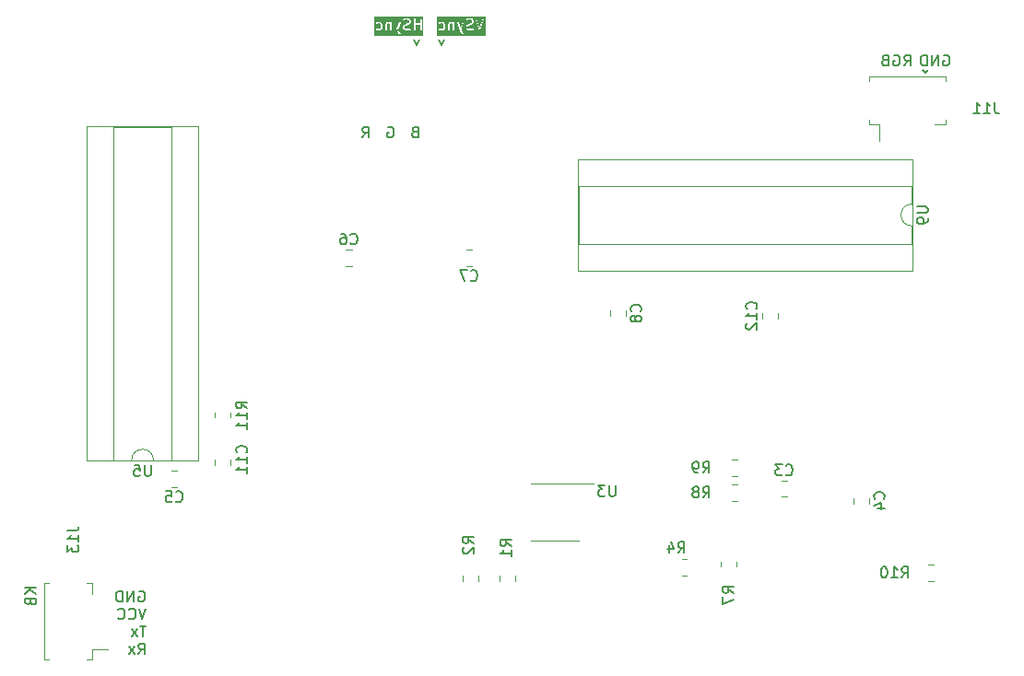
<source format=gbr>
%TF.GenerationSoftware,KiCad,Pcbnew,7.0.10*%
%TF.CreationDate,2024-02-26T12:00:29-08:00*%
%TF.ProjectId,vgaterm-bottom,76676174-6572-46d2-9d62-6f74746f6d2e,rev?*%
%TF.SameCoordinates,Original*%
%TF.FileFunction,Legend,Bot*%
%TF.FilePolarity,Positive*%
%FSLAX46Y46*%
G04 Gerber Fmt 4.6, Leading zero omitted, Abs format (unit mm)*
G04 Created by KiCad (PCBNEW 7.0.10) date 2024-02-26 12:00:29*
%MOMM*%
%LPD*%
G01*
G04 APERTURE LIST*
%ADD10C,0.150000*%
%ADD11C,0.120000*%
G04 APERTURE END LIST*
D10*
X120650000Y-79756000D02*
X120904000Y-80264000D01*
X122936000Y-79756000D02*
X123190000Y-80264000D01*
X123190000Y-80264000D02*
X123444000Y-79756000D01*
X120904000Y-80264000D02*
X121158000Y-79756000D01*
X167894000Y-82550000D02*
X167640000Y-82804000D01*
X167640000Y-82804000D02*
X167386000Y-82550000D01*
G36*
X127274085Y-79412956D02*
G01*
X122794736Y-79412956D01*
X122794736Y-78820694D01*
X122937593Y-78820694D01*
X122957996Y-78867765D01*
X122978917Y-78883282D01*
X123074155Y-78930901D01*
X123078608Y-78931413D01*
X123082044Y-78934296D01*
X123107696Y-78938819D01*
X123298172Y-78938819D01*
X123302385Y-78937285D01*
X123306746Y-78938327D01*
X123331713Y-78930901D01*
X123426951Y-78883282D01*
X123428075Y-78882094D01*
X123446444Y-78869232D01*
X123451857Y-78863819D01*
X123842220Y-78863819D01*
X123859767Y-78912028D01*
X123904196Y-78937680D01*
X123954720Y-78928771D01*
X123987697Y-78889471D01*
X123992220Y-78863819D01*
X123992220Y-78357714D01*
X124020740Y-78300672D01*
X124077782Y-78272152D01*
X124185229Y-78272152D01*
X124253745Y-78306410D01*
X124270791Y-78323456D01*
X124270791Y-78863819D01*
X124288338Y-78912028D01*
X124332767Y-78937680D01*
X124383291Y-78928771D01*
X124416268Y-78889471D01*
X124420791Y-78863819D01*
X124420791Y-78197152D01*
X124420626Y-78196698D01*
X124651745Y-78196698D01*
X124656113Y-78222377D01*
X124894208Y-78889044D01*
X124894516Y-78889415D01*
X124894519Y-78889896D01*
X124894933Y-78890384D01*
X124895203Y-78891673D01*
X124990441Y-79129768D01*
X124991911Y-79131412D01*
X124992104Y-79133610D01*
X125007044Y-79154947D01*
X125054663Y-79202566D01*
X125056144Y-79203257D01*
X125074155Y-79216615D01*
X125169393Y-79264234D01*
X125220359Y-79270099D01*
X125263172Y-79241833D01*
X125277799Y-79192658D01*
X125257396Y-79145587D01*
X125236475Y-79130070D01*
X125152123Y-79087894D01*
X125123995Y-79059766D01*
X125045015Y-78862316D01*
X125112506Y-78673342D01*
X125461268Y-78673342D01*
X125462801Y-78677555D01*
X125461760Y-78681916D01*
X125469186Y-78706883D01*
X125516805Y-78802121D01*
X125517993Y-78803246D01*
X125530853Y-78821612D01*
X125578472Y-78869232D01*
X125579953Y-78869922D01*
X125597965Y-78883282D01*
X125693203Y-78930901D01*
X125697656Y-78931413D01*
X125701092Y-78934296D01*
X125726744Y-78938819D01*
X125964839Y-78938819D01*
X125966377Y-78938258D01*
X125988556Y-78934970D01*
X126131413Y-78887351D01*
X126171599Y-78855460D01*
X126181885Y-78805199D01*
X126157456Y-78760085D01*
X126109744Y-78741228D01*
X126083978Y-78745049D01*
X125952669Y-78788819D01*
X125744449Y-78788819D01*
X125675933Y-78754561D01*
X125645526Y-78724153D01*
X125611268Y-78655637D01*
X125611268Y-78595809D01*
X125645526Y-78527293D01*
X125675933Y-78496886D01*
X125752920Y-78458392D01*
X125935410Y-78412770D01*
X125938354Y-78410781D01*
X125950761Y-78407091D01*
X126045999Y-78359472D01*
X126047124Y-78358282D01*
X126065491Y-78345423D01*
X126113110Y-78297804D01*
X126113801Y-78296322D01*
X126127159Y-78278312D01*
X126174778Y-78183074D01*
X126175290Y-78178620D01*
X126178173Y-78175185D01*
X126182696Y-78149533D01*
X126182696Y-78054295D01*
X126181162Y-78050081D01*
X126182204Y-78045720D01*
X126174778Y-78020754D01*
X126127159Y-77925516D01*
X126125969Y-77924390D01*
X126113110Y-77906024D01*
X126068856Y-77861770D01*
X126318439Y-77861770D01*
X126322260Y-77887536D01*
X126655593Y-78887536D01*
X126656935Y-78889227D01*
X126656994Y-78891386D01*
X126672743Y-78909147D01*
X126687484Y-78927722D01*
X126689597Y-78928154D01*
X126691031Y-78929771D01*
X126714501Y-78933251D01*
X126737745Y-78938008D01*
X126739644Y-78936979D01*
X126741780Y-78937296D01*
X126761993Y-78924877D01*
X126782859Y-78913579D01*
X126783652Y-78911571D01*
X126785492Y-78910441D01*
X126797895Y-78887536D01*
X127131228Y-77887536D01*
X127129827Y-77836253D01*
X127095789Y-77797867D01*
X127045041Y-77790342D01*
X127001328Y-77817197D01*
X126988926Y-77840102D01*
X126726744Y-78626648D01*
X126464562Y-77840102D01*
X126432671Y-77799916D01*
X126382410Y-77789630D01*
X126337296Y-77814059D01*
X126318439Y-77861770D01*
X126068856Y-77861770D01*
X126065491Y-77858405D01*
X126064009Y-77857714D01*
X126045999Y-77844356D01*
X125950761Y-77796737D01*
X125946307Y-77796224D01*
X125942872Y-77793342D01*
X125917220Y-77788819D01*
X125679125Y-77788819D01*
X125677587Y-77789378D01*
X125655407Y-77792668D01*
X125512551Y-77840287D01*
X125472365Y-77872178D01*
X125462079Y-77922439D01*
X125486508Y-77967553D01*
X125534219Y-77986410D01*
X125559985Y-77982589D01*
X125691295Y-77938819D01*
X125899515Y-77938819D01*
X125968031Y-77973077D01*
X125998438Y-78003484D01*
X126032696Y-78072000D01*
X126032696Y-78131828D01*
X125998438Y-78200344D01*
X125968031Y-78230751D01*
X125891044Y-78269244D01*
X125708554Y-78314867D01*
X125705609Y-78316855D01*
X125693203Y-78320546D01*
X125597965Y-78368165D01*
X125596839Y-78369354D01*
X125578473Y-78382214D01*
X125530854Y-78429833D01*
X125530163Y-78431314D01*
X125516805Y-78449325D01*
X125469186Y-78544563D01*
X125468673Y-78549016D01*
X125465791Y-78552452D01*
X125461268Y-78578104D01*
X125461268Y-78673342D01*
X125112506Y-78673342D01*
X125273565Y-78222377D01*
X125273254Y-78171075D01*
X125240041Y-78131975D01*
X125189464Y-78123372D01*
X125145190Y-78149291D01*
X125132303Y-78171927D01*
X124964839Y-78640826D01*
X124797375Y-78171927D01*
X124764635Y-78132428D01*
X124714167Y-78123214D01*
X124669583Y-78148597D01*
X124651745Y-78196698D01*
X124420626Y-78196698D01*
X124403244Y-78148943D01*
X124358815Y-78123291D01*
X124308291Y-78132200D01*
X124288324Y-78155994D01*
X124236475Y-78130070D01*
X124232021Y-78129557D01*
X124228586Y-78126675D01*
X124202934Y-78122152D01*
X124060077Y-78122152D01*
X124055863Y-78123685D01*
X124051502Y-78122644D01*
X124026536Y-78130070D01*
X123931298Y-78177689D01*
X123923578Y-78185842D01*
X123913274Y-78190309D01*
X123897757Y-78211230D01*
X123850138Y-78306468D01*
X123849625Y-78310921D01*
X123846743Y-78314357D01*
X123842220Y-78340009D01*
X123842220Y-78863819D01*
X123451857Y-78863819D01*
X123494062Y-78821613D01*
X123494752Y-78820131D01*
X123508111Y-78802121D01*
X123555730Y-78706883D01*
X123556242Y-78702429D01*
X123559125Y-78698994D01*
X123563648Y-78673342D01*
X123563648Y-78387628D01*
X123562114Y-78383414D01*
X123563156Y-78379053D01*
X123555730Y-78354087D01*
X123508111Y-78258849D01*
X123506921Y-78257723D01*
X123494062Y-78239357D01*
X123446443Y-78191738D01*
X123444961Y-78191047D01*
X123426951Y-78177689D01*
X123331713Y-78130070D01*
X123327259Y-78129557D01*
X123323824Y-78126675D01*
X123298172Y-78122152D01*
X123107696Y-78122152D01*
X123103482Y-78123685D01*
X123099121Y-78122644D01*
X123074155Y-78130070D01*
X122978917Y-78177689D01*
X122943645Y-78214943D01*
X122940570Y-78266154D01*
X122971134Y-78307359D01*
X123021032Y-78319279D01*
X123045999Y-78311853D01*
X123125401Y-78272152D01*
X123280467Y-78272152D01*
X123348983Y-78306410D01*
X123379390Y-78336817D01*
X123413648Y-78405333D01*
X123413648Y-78655637D01*
X123379389Y-78724153D01*
X123348982Y-78754561D01*
X123280467Y-78788819D01*
X123125401Y-78788819D01*
X123045999Y-78749118D01*
X122995032Y-78743253D01*
X122952219Y-78771519D01*
X122937593Y-78820694D01*
X122794736Y-78820694D01*
X122794736Y-77645962D01*
X127274085Y-77645962D01*
X127274085Y-79412956D01*
G37*
X95405411Y-130485438D02*
X95500649Y-130437819D01*
X95500649Y-130437819D02*
X95643506Y-130437819D01*
X95643506Y-130437819D02*
X95786363Y-130485438D01*
X95786363Y-130485438D02*
X95881601Y-130580676D01*
X95881601Y-130580676D02*
X95929220Y-130675914D01*
X95929220Y-130675914D02*
X95976839Y-130866390D01*
X95976839Y-130866390D02*
X95976839Y-131009247D01*
X95976839Y-131009247D02*
X95929220Y-131199723D01*
X95929220Y-131199723D02*
X95881601Y-131294961D01*
X95881601Y-131294961D02*
X95786363Y-131390200D01*
X95786363Y-131390200D02*
X95643506Y-131437819D01*
X95643506Y-131437819D02*
X95548268Y-131437819D01*
X95548268Y-131437819D02*
X95405411Y-131390200D01*
X95405411Y-131390200D02*
X95357792Y-131342580D01*
X95357792Y-131342580D02*
X95357792Y-131009247D01*
X95357792Y-131009247D02*
X95548268Y-131009247D01*
X94929220Y-131437819D02*
X94929220Y-130437819D01*
X94929220Y-130437819D02*
X94357792Y-131437819D01*
X94357792Y-131437819D02*
X94357792Y-130437819D01*
X93881601Y-131437819D02*
X93881601Y-130437819D01*
X93881601Y-130437819D02*
X93643506Y-130437819D01*
X93643506Y-130437819D02*
X93500649Y-130485438D01*
X93500649Y-130485438D02*
X93405411Y-130580676D01*
X93405411Y-130580676D02*
X93357792Y-130675914D01*
X93357792Y-130675914D02*
X93310173Y-130866390D01*
X93310173Y-130866390D02*
X93310173Y-131009247D01*
X93310173Y-131009247D02*
X93357792Y-131199723D01*
X93357792Y-131199723D02*
X93405411Y-131294961D01*
X93405411Y-131294961D02*
X93500649Y-131390200D01*
X93500649Y-131390200D02*
X93643506Y-131437819D01*
X93643506Y-131437819D02*
X93881601Y-131437819D01*
X96072077Y-132047819D02*
X95738744Y-133047819D01*
X95738744Y-133047819D02*
X95405411Y-132047819D01*
X94500649Y-132952580D02*
X94548268Y-133000200D01*
X94548268Y-133000200D02*
X94691125Y-133047819D01*
X94691125Y-133047819D02*
X94786363Y-133047819D01*
X94786363Y-133047819D02*
X94929220Y-133000200D01*
X94929220Y-133000200D02*
X95024458Y-132904961D01*
X95024458Y-132904961D02*
X95072077Y-132809723D01*
X95072077Y-132809723D02*
X95119696Y-132619247D01*
X95119696Y-132619247D02*
X95119696Y-132476390D01*
X95119696Y-132476390D02*
X95072077Y-132285914D01*
X95072077Y-132285914D02*
X95024458Y-132190676D01*
X95024458Y-132190676D02*
X94929220Y-132095438D01*
X94929220Y-132095438D02*
X94786363Y-132047819D01*
X94786363Y-132047819D02*
X94691125Y-132047819D01*
X94691125Y-132047819D02*
X94548268Y-132095438D01*
X94548268Y-132095438D02*
X94500649Y-132143057D01*
X93500649Y-132952580D02*
X93548268Y-133000200D01*
X93548268Y-133000200D02*
X93691125Y-133047819D01*
X93691125Y-133047819D02*
X93786363Y-133047819D01*
X93786363Y-133047819D02*
X93929220Y-133000200D01*
X93929220Y-133000200D02*
X94024458Y-132904961D01*
X94024458Y-132904961D02*
X94072077Y-132809723D01*
X94072077Y-132809723D02*
X94119696Y-132619247D01*
X94119696Y-132619247D02*
X94119696Y-132476390D01*
X94119696Y-132476390D02*
X94072077Y-132285914D01*
X94072077Y-132285914D02*
X94024458Y-132190676D01*
X94024458Y-132190676D02*
X93929220Y-132095438D01*
X93929220Y-132095438D02*
X93786363Y-132047819D01*
X93786363Y-132047819D02*
X93691125Y-132047819D01*
X93691125Y-132047819D02*
X93548268Y-132095438D01*
X93548268Y-132095438D02*
X93500649Y-132143057D01*
X96072077Y-133657819D02*
X95500649Y-133657819D01*
X95786363Y-134657819D02*
X95786363Y-133657819D01*
X95262553Y-134657819D02*
X94738744Y-133991152D01*
X95262553Y-133991152D02*
X94738744Y-134657819D01*
X95357792Y-136267819D02*
X95691125Y-135791628D01*
X95929220Y-136267819D02*
X95929220Y-135267819D01*
X95929220Y-135267819D02*
X95548268Y-135267819D01*
X95548268Y-135267819D02*
X95453030Y-135315438D01*
X95453030Y-135315438D02*
X95405411Y-135363057D01*
X95405411Y-135363057D02*
X95357792Y-135458295D01*
X95357792Y-135458295D02*
X95357792Y-135601152D01*
X95357792Y-135601152D02*
X95405411Y-135696390D01*
X95405411Y-135696390D02*
X95453030Y-135744009D01*
X95453030Y-135744009D02*
X95548268Y-135791628D01*
X95548268Y-135791628D02*
X95929220Y-135791628D01*
X95024458Y-136267819D02*
X94500649Y-135601152D01*
X95024458Y-135601152D02*
X94500649Y-136267819D01*
X118265411Y-87817438D02*
X118360649Y-87769819D01*
X118360649Y-87769819D02*
X118503506Y-87769819D01*
X118503506Y-87769819D02*
X118646363Y-87817438D01*
X118646363Y-87817438D02*
X118741601Y-87912676D01*
X118741601Y-87912676D02*
X118789220Y-88007914D01*
X118789220Y-88007914D02*
X118836839Y-88198390D01*
X118836839Y-88198390D02*
X118836839Y-88341247D01*
X118836839Y-88341247D02*
X118789220Y-88531723D01*
X118789220Y-88531723D02*
X118741601Y-88626961D01*
X118741601Y-88626961D02*
X118646363Y-88722200D01*
X118646363Y-88722200D02*
X118503506Y-88769819D01*
X118503506Y-88769819D02*
X118408268Y-88769819D01*
X118408268Y-88769819D02*
X118265411Y-88722200D01*
X118265411Y-88722200D02*
X118217792Y-88674580D01*
X118217792Y-88674580D02*
X118217792Y-88341247D01*
X118217792Y-88341247D02*
X118408268Y-88341247D01*
X165715792Y-82165819D02*
X166049125Y-81689628D01*
X166287220Y-82165819D02*
X166287220Y-81165819D01*
X166287220Y-81165819D02*
X165906268Y-81165819D01*
X165906268Y-81165819D02*
X165811030Y-81213438D01*
X165811030Y-81213438D02*
X165763411Y-81261057D01*
X165763411Y-81261057D02*
X165715792Y-81356295D01*
X165715792Y-81356295D02*
X165715792Y-81499152D01*
X165715792Y-81499152D02*
X165763411Y-81594390D01*
X165763411Y-81594390D02*
X165811030Y-81642009D01*
X165811030Y-81642009D02*
X165906268Y-81689628D01*
X165906268Y-81689628D02*
X166287220Y-81689628D01*
X164763411Y-81213438D02*
X164858649Y-81165819D01*
X164858649Y-81165819D02*
X165001506Y-81165819D01*
X165001506Y-81165819D02*
X165144363Y-81213438D01*
X165144363Y-81213438D02*
X165239601Y-81308676D01*
X165239601Y-81308676D02*
X165287220Y-81403914D01*
X165287220Y-81403914D02*
X165334839Y-81594390D01*
X165334839Y-81594390D02*
X165334839Y-81737247D01*
X165334839Y-81737247D02*
X165287220Y-81927723D01*
X165287220Y-81927723D02*
X165239601Y-82022961D01*
X165239601Y-82022961D02*
X165144363Y-82118200D01*
X165144363Y-82118200D02*
X165001506Y-82165819D01*
X165001506Y-82165819D02*
X164906268Y-82165819D01*
X164906268Y-82165819D02*
X164763411Y-82118200D01*
X164763411Y-82118200D02*
X164715792Y-82070580D01*
X164715792Y-82070580D02*
X164715792Y-81737247D01*
X164715792Y-81737247D02*
X164906268Y-81737247D01*
X163953887Y-81642009D02*
X163811030Y-81689628D01*
X163811030Y-81689628D02*
X163763411Y-81737247D01*
X163763411Y-81737247D02*
X163715792Y-81832485D01*
X163715792Y-81832485D02*
X163715792Y-81975342D01*
X163715792Y-81975342D02*
X163763411Y-82070580D01*
X163763411Y-82070580D02*
X163811030Y-82118200D01*
X163811030Y-82118200D02*
X163906268Y-82165819D01*
X163906268Y-82165819D02*
X164287220Y-82165819D01*
X164287220Y-82165819D02*
X164287220Y-81165819D01*
X164287220Y-81165819D02*
X163953887Y-81165819D01*
X163953887Y-81165819D02*
X163858649Y-81213438D01*
X163858649Y-81213438D02*
X163811030Y-81261057D01*
X163811030Y-81261057D02*
X163763411Y-81356295D01*
X163763411Y-81356295D02*
X163763411Y-81451533D01*
X163763411Y-81451533D02*
X163811030Y-81546771D01*
X163811030Y-81546771D02*
X163858649Y-81594390D01*
X163858649Y-81594390D02*
X163953887Y-81642009D01*
X163953887Y-81642009D02*
X164287220Y-81642009D01*
X85975819Y-130130779D02*
X84975819Y-130130779D01*
X85975819Y-130702207D02*
X85404390Y-130273636D01*
X84975819Y-130702207D02*
X85547247Y-130130779D01*
X85452009Y-131464112D02*
X85499628Y-131606969D01*
X85499628Y-131606969D02*
X85547247Y-131654588D01*
X85547247Y-131654588D02*
X85642485Y-131702207D01*
X85642485Y-131702207D02*
X85785342Y-131702207D01*
X85785342Y-131702207D02*
X85880580Y-131654588D01*
X85880580Y-131654588D02*
X85928200Y-131606969D01*
X85928200Y-131606969D02*
X85975819Y-131511731D01*
X85975819Y-131511731D02*
X85975819Y-131130779D01*
X85975819Y-131130779D02*
X84975819Y-131130779D01*
X84975819Y-131130779D02*
X84975819Y-131464112D01*
X84975819Y-131464112D02*
X85023438Y-131559350D01*
X85023438Y-131559350D02*
X85071057Y-131606969D01*
X85071057Y-131606969D02*
X85166295Y-131654588D01*
X85166295Y-131654588D02*
X85261533Y-131654588D01*
X85261533Y-131654588D02*
X85356771Y-131606969D01*
X85356771Y-131606969D02*
X85404390Y-131559350D01*
X85404390Y-131559350D02*
X85452009Y-131464112D01*
X85452009Y-131464112D02*
X85452009Y-131130779D01*
X169319411Y-81213438D02*
X169414649Y-81165819D01*
X169414649Y-81165819D02*
X169557506Y-81165819D01*
X169557506Y-81165819D02*
X169700363Y-81213438D01*
X169700363Y-81213438D02*
X169795601Y-81308676D01*
X169795601Y-81308676D02*
X169843220Y-81403914D01*
X169843220Y-81403914D02*
X169890839Y-81594390D01*
X169890839Y-81594390D02*
X169890839Y-81737247D01*
X169890839Y-81737247D02*
X169843220Y-81927723D01*
X169843220Y-81927723D02*
X169795601Y-82022961D01*
X169795601Y-82022961D02*
X169700363Y-82118200D01*
X169700363Y-82118200D02*
X169557506Y-82165819D01*
X169557506Y-82165819D02*
X169462268Y-82165819D01*
X169462268Y-82165819D02*
X169319411Y-82118200D01*
X169319411Y-82118200D02*
X169271792Y-82070580D01*
X169271792Y-82070580D02*
X169271792Y-81737247D01*
X169271792Y-81737247D02*
X169462268Y-81737247D01*
X168843220Y-82165819D02*
X168843220Y-81165819D01*
X168843220Y-81165819D02*
X168271792Y-82165819D01*
X168271792Y-82165819D02*
X168271792Y-81165819D01*
X167795601Y-82165819D02*
X167795601Y-81165819D01*
X167795601Y-81165819D02*
X167557506Y-81165819D01*
X167557506Y-81165819D02*
X167414649Y-81213438D01*
X167414649Y-81213438D02*
X167319411Y-81308676D01*
X167319411Y-81308676D02*
X167271792Y-81403914D01*
X167271792Y-81403914D02*
X167224173Y-81594390D01*
X167224173Y-81594390D02*
X167224173Y-81737247D01*
X167224173Y-81737247D02*
X167271792Y-81927723D01*
X167271792Y-81927723D02*
X167319411Y-82022961D01*
X167319411Y-82022961D02*
X167414649Y-82118200D01*
X167414649Y-82118200D02*
X167557506Y-82165819D01*
X167557506Y-82165819D02*
X167795601Y-82165819D01*
X120741887Y-88246009D02*
X120599030Y-88293628D01*
X120599030Y-88293628D02*
X120551411Y-88341247D01*
X120551411Y-88341247D02*
X120503792Y-88436485D01*
X120503792Y-88436485D02*
X120503792Y-88579342D01*
X120503792Y-88579342D02*
X120551411Y-88674580D01*
X120551411Y-88674580D02*
X120599030Y-88722200D01*
X120599030Y-88722200D02*
X120694268Y-88769819D01*
X120694268Y-88769819D02*
X121075220Y-88769819D01*
X121075220Y-88769819D02*
X121075220Y-87769819D01*
X121075220Y-87769819D02*
X120741887Y-87769819D01*
X120741887Y-87769819D02*
X120646649Y-87817438D01*
X120646649Y-87817438D02*
X120599030Y-87865057D01*
X120599030Y-87865057D02*
X120551411Y-87960295D01*
X120551411Y-87960295D02*
X120551411Y-88055533D01*
X120551411Y-88055533D02*
X120599030Y-88150771D01*
X120599030Y-88150771D02*
X120646649Y-88198390D01*
X120646649Y-88198390D02*
X120741887Y-88246009D01*
X120741887Y-88246009D02*
X121075220Y-88246009D01*
G36*
X121547077Y-79412956D02*
G01*
X117016260Y-79412956D01*
X117016260Y-78820694D01*
X117159117Y-78820694D01*
X117179520Y-78867765D01*
X117200441Y-78883282D01*
X117295679Y-78930901D01*
X117300132Y-78931413D01*
X117303568Y-78934296D01*
X117329220Y-78938819D01*
X117519696Y-78938819D01*
X117523909Y-78937285D01*
X117528270Y-78938327D01*
X117553237Y-78930901D01*
X117648475Y-78883282D01*
X117649599Y-78882094D01*
X117667968Y-78869232D01*
X117673381Y-78863819D01*
X118063744Y-78863819D01*
X118081291Y-78912028D01*
X118125720Y-78937680D01*
X118176244Y-78928771D01*
X118209221Y-78889471D01*
X118213744Y-78863819D01*
X118213744Y-78357714D01*
X118242264Y-78300672D01*
X118299306Y-78272152D01*
X118406753Y-78272152D01*
X118475269Y-78306410D01*
X118492315Y-78323456D01*
X118492315Y-78863819D01*
X118509862Y-78912028D01*
X118554291Y-78937680D01*
X118604815Y-78928771D01*
X118637792Y-78889471D01*
X118642315Y-78863819D01*
X118642315Y-78197152D01*
X118642150Y-78196698D01*
X118873269Y-78196698D01*
X118877637Y-78222377D01*
X119115732Y-78889044D01*
X119116040Y-78889415D01*
X119116043Y-78889896D01*
X119116457Y-78890384D01*
X119116727Y-78891673D01*
X119211965Y-79129768D01*
X119213435Y-79131412D01*
X119213628Y-79133610D01*
X119228568Y-79154947D01*
X119276187Y-79202566D01*
X119277668Y-79203257D01*
X119295679Y-79216615D01*
X119390917Y-79264234D01*
X119441883Y-79270099D01*
X119484696Y-79241833D01*
X119499323Y-79192658D01*
X119478920Y-79145587D01*
X119457999Y-79130070D01*
X119373647Y-79087894D01*
X119345519Y-79059766D01*
X119266539Y-78862316D01*
X119334030Y-78673342D01*
X119682792Y-78673342D01*
X119684325Y-78677555D01*
X119683284Y-78681916D01*
X119690710Y-78706883D01*
X119738329Y-78802121D01*
X119739517Y-78803246D01*
X119752377Y-78821612D01*
X119799996Y-78869232D01*
X119801477Y-78869922D01*
X119819489Y-78883282D01*
X119914727Y-78930901D01*
X119919180Y-78931413D01*
X119922616Y-78934296D01*
X119948268Y-78938819D01*
X120186363Y-78938819D01*
X120187901Y-78938258D01*
X120210080Y-78934970D01*
X120352937Y-78887351D01*
X120382590Y-78863819D01*
X120682792Y-78863819D01*
X120700339Y-78912028D01*
X120744768Y-78937680D01*
X120795292Y-78928771D01*
X120828269Y-78889471D01*
X120832792Y-78863819D01*
X120832792Y-78415009D01*
X121254220Y-78415009D01*
X121254220Y-78863819D01*
X121271767Y-78912028D01*
X121316196Y-78937680D01*
X121366720Y-78928771D01*
X121399697Y-78889471D01*
X121404220Y-78863819D01*
X121404220Y-77863819D01*
X121386673Y-77815610D01*
X121342244Y-77789958D01*
X121291720Y-77798867D01*
X121258743Y-77838167D01*
X121254220Y-77863819D01*
X121254220Y-78265009D01*
X120832792Y-78265009D01*
X120832792Y-77863819D01*
X120815245Y-77815610D01*
X120770816Y-77789958D01*
X120720292Y-77798867D01*
X120687315Y-77838167D01*
X120682792Y-77863819D01*
X120682792Y-78863819D01*
X120382590Y-78863819D01*
X120393123Y-78855460D01*
X120403409Y-78805199D01*
X120378980Y-78760085D01*
X120331268Y-78741228D01*
X120305502Y-78745049D01*
X120174193Y-78788819D01*
X119965973Y-78788819D01*
X119897457Y-78754561D01*
X119867050Y-78724153D01*
X119832792Y-78655637D01*
X119832792Y-78595809D01*
X119867050Y-78527293D01*
X119897457Y-78496886D01*
X119974444Y-78458392D01*
X120156934Y-78412770D01*
X120159878Y-78410781D01*
X120172285Y-78407091D01*
X120267523Y-78359472D01*
X120268648Y-78358282D01*
X120287015Y-78345423D01*
X120334634Y-78297804D01*
X120335325Y-78296322D01*
X120348683Y-78278312D01*
X120396302Y-78183074D01*
X120396814Y-78178620D01*
X120399697Y-78175185D01*
X120404220Y-78149533D01*
X120404220Y-78054295D01*
X120402686Y-78050081D01*
X120403728Y-78045720D01*
X120396302Y-78020754D01*
X120348683Y-77925516D01*
X120347493Y-77924390D01*
X120334634Y-77906024D01*
X120287015Y-77858405D01*
X120285533Y-77857714D01*
X120267523Y-77844356D01*
X120172285Y-77796737D01*
X120167831Y-77796224D01*
X120164396Y-77793342D01*
X120138744Y-77788819D01*
X119900649Y-77788819D01*
X119899111Y-77789378D01*
X119876931Y-77792668D01*
X119734075Y-77840287D01*
X119693889Y-77872178D01*
X119683603Y-77922439D01*
X119708032Y-77967553D01*
X119755743Y-77986410D01*
X119781509Y-77982589D01*
X119912819Y-77938819D01*
X120121039Y-77938819D01*
X120189555Y-77973077D01*
X120219962Y-78003484D01*
X120254220Y-78072000D01*
X120254220Y-78131828D01*
X120219962Y-78200344D01*
X120189555Y-78230751D01*
X120112568Y-78269244D01*
X119930078Y-78314867D01*
X119927133Y-78316855D01*
X119914727Y-78320546D01*
X119819489Y-78368165D01*
X119818363Y-78369354D01*
X119799997Y-78382214D01*
X119752378Y-78429833D01*
X119751687Y-78431314D01*
X119738329Y-78449325D01*
X119690710Y-78544563D01*
X119690197Y-78549016D01*
X119687315Y-78552452D01*
X119682792Y-78578104D01*
X119682792Y-78673342D01*
X119334030Y-78673342D01*
X119495089Y-78222377D01*
X119494778Y-78171075D01*
X119461565Y-78131975D01*
X119410988Y-78123372D01*
X119366714Y-78149291D01*
X119353827Y-78171927D01*
X119186363Y-78640826D01*
X119018899Y-78171927D01*
X118986159Y-78132428D01*
X118935691Y-78123214D01*
X118891107Y-78148597D01*
X118873269Y-78196698D01*
X118642150Y-78196698D01*
X118624768Y-78148943D01*
X118580339Y-78123291D01*
X118529815Y-78132200D01*
X118509848Y-78155994D01*
X118457999Y-78130070D01*
X118453545Y-78129557D01*
X118450110Y-78126675D01*
X118424458Y-78122152D01*
X118281601Y-78122152D01*
X118277387Y-78123685D01*
X118273026Y-78122644D01*
X118248060Y-78130070D01*
X118152822Y-78177689D01*
X118145102Y-78185842D01*
X118134798Y-78190309D01*
X118119281Y-78211230D01*
X118071662Y-78306468D01*
X118071149Y-78310921D01*
X118068267Y-78314357D01*
X118063744Y-78340009D01*
X118063744Y-78863819D01*
X117673381Y-78863819D01*
X117715586Y-78821613D01*
X117716276Y-78820131D01*
X117729635Y-78802121D01*
X117777254Y-78706883D01*
X117777766Y-78702429D01*
X117780649Y-78698994D01*
X117785172Y-78673342D01*
X117785172Y-78387628D01*
X117783638Y-78383414D01*
X117784680Y-78379053D01*
X117777254Y-78354087D01*
X117729635Y-78258849D01*
X117728445Y-78257723D01*
X117715586Y-78239357D01*
X117667967Y-78191738D01*
X117666485Y-78191047D01*
X117648475Y-78177689D01*
X117553237Y-78130070D01*
X117548783Y-78129557D01*
X117545348Y-78126675D01*
X117519696Y-78122152D01*
X117329220Y-78122152D01*
X117325006Y-78123685D01*
X117320645Y-78122644D01*
X117295679Y-78130070D01*
X117200441Y-78177689D01*
X117165169Y-78214943D01*
X117162094Y-78266154D01*
X117192658Y-78307359D01*
X117242556Y-78319279D01*
X117267523Y-78311853D01*
X117346925Y-78272152D01*
X117501991Y-78272152D01*
X117570507Y-78306410D01*
X117600914Y-78336817D01*
X117635172Y-78405333D01*
X117635172Y-78655637D01*
X117600913Y-78724153D01*
X117570506Y-78754561D01*
X117501991Y-78788819D01*
X117346925Y-78788819D01*
X117267523Y-78749118D01*
X117216556Y-78743253D01*
X117173743Y-78771519D01*
X117159117Y-78820694D01*
X117016260Y-78820694D01*
X117016260Y-77645962D01*
X121547077Y-77645962D01*
X121547077Y-79412956D01*
G37*
X115931792Y-88769819D02*
X116265125Y-88293628D01*
X116503220Y-88769819D02*
X116503220Y-87769819D01*
X116503220Y-87769819D02*
X116122268Y-87769819D01*
X116122268Y-87769819D02*
X116027030Y-87817438D01*
X116027030Y-87817438D02*
X115979411Y-87865057D01*
X115979411Y-87865057D02*
X115931792Y-87960295D01*
X115931792Y-87960295D02*
X115931792Y-88103152D01*
X115931792Y-88103152D02*
X115979411Y-88198390D01*
X115979411Y-88198390D02*
X116027030Y-88246009D01*
X116027030Y-88246009D02*
X116122268Y-88293628D01*
X116122268Y-88293628D02*
X116503220Y-88293628D01*
X165488857Y-129232819D02*
X165822190Y-128756628D01*
X166060285Y-129232819D02*
X166060285Y-128232819D01*
X166060285Y-128232819D02*
X165679333Y-128232819D01*
X165679333Y-128232819D02*
X165584095Y-128280438D01*
X165584095Y-128280438D02*
X165536476Y-128328057D01*
X165536476Y-128328057D02*
X165488857Y-128423295D01*
X165488857Y-128423295D02*
X165488857Y-128566152D01*
X165488857Y-128566152D02*
X165536476Y-128661390D01*
X165536476Y-128661390D02*
X165584095Y-128709009D01*
X165584095Y-128709009D02*
X165679333Y-128756628D01*
X165679333Y-128756628D02*
X166060285Y-128756628D01*
X164536476Y-129232819D02*
X165107904Y-129232819D01*
X164822190Y-129232819D02*
X164822190Y-128232819D01*
X164822190Y-128232819D02*
X164917428Y-128375676D01*
X164917428Y-128375676D02*
X165012666Y-128470914D01*
X165012666Y-128470914D02*
X165107904Y-128518533D01*
X163917428Y-128232819D02*
X163822190Y-128232819D01*
X163822190Y-128232819D02*
X163726952Y-128280438D01*
X163726952Y-128280438D02*
X163679333Y-128328057D01*
X163679333Y-128328057D02*
X163631714Y-128423295D01*
X163631714Y-128423295D02*
X163584095Y-128613771D01*
X163584095Y-128613771D02*
X163584095Y-128851866D01*
X163584095Y-128851866D02*
X163631714Y-129042342D01*
X163631714Y-129042342D02*
X163679333Y-129137580D01*
X163679333Y-129137580D02*
X163726952Y-129185200D01*
X163726952Y-129185200D02*
X163822190Y-129232819D01*
X163822190Y-129232819D02*
X163917428Y-129232819D01*
X163917428Y-129232819D02*
X164012666Y-129185200D01*
X164012666Y-129185200D02*
X164060285Y-129137580D01*
X164060285Y-129137580D02*
X164107904Y-129042342D01*
X164107904Y-129042342D02*
X164155523Y-128851866D01*
X164155523Y-128851866D02*
X164155523Y-128613771D01*
X164155523Y-128613771D02*
X164107904Y-128423295D01*
X164107904Y-128423295D02*
X164060285Y-128328057D01*
X164060285Y-128328057D02*
X164012666Y-128280438D01*
X164012666Y-128280438D02*
X163917428Y-128232819D01*
X105356819Y-113657142D02*
X104880628Y-113323809D01*
X105356819Y-113085714D02*
X104356819Y-113085714D01*
X104356819Y-113085714D02*
X104356819Y-113466666D01*
X104356819Y-113466666D02*
X104404438Y-113561904D01*
X104404438Y-113561904D02*
X104452057Y-113609523D01*
X104452057Y-113609523D02*
X104547295Y-113657142D01*
X104547295Y-113657142D02*
X104690152Y-113657142D01*
X104690152Y-113657142D02*
X104785390Y-113609523D01*
X104785390Y-113609523D02*
X104833009Y-113561904D01*
X104833009Y-113561904D02*
X104880628Y-113466666D01*
X104880628Y-113466666D02*
X104880628Y-113085714D01*
X105356819Y-114609523D02*
X105356819Y-114038095D01*
X105356819Y-114323809D02*
X104356819Y-114323809D01*
X104356819Y-114323809D02*
X104499676Y-114228571D01*
X104499676Y-114228571D02*
X104594914Y-114133333D01*
X104594914Y-114133333D02*
X104642533Y-114038095D01*
X105356819Y-115561904D02*
X105356819Y-114990476D01*
X105356819Y-115276190D02*
X104356819Y-115276190D01*
X104356819Y-115276190D02*
X104499676Y-115180952D01*
X104499676Y-115180952D02*
X104594914Y-115085714D01*
X104594914Y-115085714D02*
X104642533Y-114990476D01*
X141485580Y-104756833D02*
X141533200Y-104709214D01*
X141533200Y-104709214D02*
X141580819Y-104566357D01*
X141580819Y-104566357D02*
X141580819Y-104471119D01*
X141580819Y-104471119D02*
X141533200Y-104328262D01*
X141533200Y-104328262D02*
X141437961Y-104233024D01*
X141437961Y-104233024D02*
X141342723Y-104185405D01*
X141342723Y-104185405D02*
X141152247Y-104137786D01*
X141152247Y-104137786D02*
X141009390Y-104137786D01*
X141009390Y-104137786D02*
X140818914Y-104185405D01*
X140818914Y-104185405D02*
X140723676Y-104233024D01*
X140723676Y-104233024D02*
X140628438Y-104328262D01*
X140628438Y-104328262D02*
X140580819Y-104471119D01*
X140580819Y-104471119D02*
X140580819Y-104566357D01*
X140580819Y-104566357D02*
X140628438Y-104709214D01*
X140628438Y-104709214D02*
X140676057Y-104756833D01*
X141009390Y-105328262D02*
X140961771Y-105233024D01*
X140961771Y-105233024D02*
X140914152Y-105185405D01*
X140914152Y-105185405D02*
X140818914Y-105137786D01*
X140818914Y-105137786D02*
X140771295Y-105137786D01*
X140771295Y-105137786D02*
X140676057Y-105185405D01*
X140676057Y-105185405D02*
X140628438Y-105233024D01*
X140628438Y-105233024D02*
X140580819Y-105328262D01*
X140580819Y-105328262D02*
X140580819Y-105518738D01*
X140580819Y-105518738D02*
X140628438Y-105613976D01*
X140628438Y-105613976D02*
X140676057Y-105661595D01*
X140676057Y-105661595D02*
X140771295Y-105709214D01*
X140771295Y-105709214D02*
X140818914Y-105709214D01*
X140818914Y-105709214D02*
X140914152Y-105661595D01*
X140914152Y-105661595D02*
X140961771Y-105613976D01*
X140961771Y-105613976D02*
X141009390Y-105518738D01*
X141009390Y-105518738D02*
X141009390Y-105328262D01*
X141009390Y-105328262D02*
X141057009Y-105233024D01*
X141057009Y-105233024D02*
X141104628Y-105185405D01*
X141104628Y-105185405D02*
X141199866Y-105137786D01*
X141199866Y-105137786D02*
X141390342Y-105137786D01*
X141390342Y-105137786D02*
X141485580Y-105185405D01*
X141485580Y-105185405D02*
X141533200Y-105233024D01*
X141533200Y-105233024D02*
X141580819Y-105328262D01*
X141580819Y-105328262D02*
X141580819Y-105518738D01*
X141580819Y-105518738D02*
X141533200Y-105613976D01*
X141533200Y-105613976D02*
X141485580Y-105661595D01*
X141485580Y-105661595D02*
X141390342Y-105709214D01*
X141390342Y-105709214D02*
X141199866Y-105709214D01*
X141199866Y-105709214D02*
X141104628Y-105661595D01*
X141104628Y-105661595D02*
X141057009Y-105613976D01*
X141057009Y-105613976D02*
X141009390Y-105518738D01*
X126184819Y-126071333D02*
X125708628Y-125738000D01*
X126184819Y-125499905D02*
X125184819Y-125499905D01*
X125184819Y-125499905D02*
X125184819Y-125880857D01*
X125184819Y-125880857D02*
X125232438Y-125976095D01*
X125232438Y-125976095D02*
X125280057Y-126023714D01*
X125280057Y-126023714D02*
X125375295Y-126071333D01*
X125375295Y-126071333D02*
X125518152Y-126071333D01*
X125518152Y-126071333D02*
X125613390Y-126023714D01*
X125613390Y-126023714D02*
X125661009Y-125976095D01*
X125661009Y-125976095D02*
X125708628Y-125880857D01*
X125708628Y-125880857D02*
X125708628Y-125499905D01*
X125280057Y-126452286D02*
X125232438Y-126499905D01*
X125232438Y-126499905D02*
X125184819Y-126595143D01*
X125184819Y-126595143D02*
X125184819Y-126833238D01*
X125184819Y-126833238D02*
X125232438Y-126928476D01*
X125232438Y-126928476D02*
X125280057Y-126976095D01*
X125280057Y-126976095D02*
X125375295Y-127023714D01*
X125375295Y-127023714D02*
X125470533Y-127023714D01*
X125470533Y-127023714D02*
X125613390Y-126976095D01*
X125613390Y-126976095D02*
X126184819Y-126404667D01*
X126184819Y-126404667D02*
X126184819Y-127023714D01*
X147232666Y-119580819D02*
X147565999Y-119104628D01*
X147804094Y-119580819D02*
X147804094Y-118580819D01*
X147804094Y-118580819D02*
X147423142Y-118580819D01*
X147423142Y-118580819D02*
X147327904Y-118628438D01*
X147327904Y-118628438D02*
X147280285Y-118676057D01*
X147280285Y-118676057D02*
X147232666Y-118771295D01*
X147232666Y-118771295D02*
X147232666Y-118914152D01*
X147232666Y-118914152D02*
X147280285Y-119009390D01*
X147280285Y-119009390D02*
X147327904Y-119057009D01*
X147327904Y-119057009D02*
X147423142Y-119104628D01*
X147423142Y-119104628D02*
X147804094Y-119104628D01*
X146756475Y-119580819D02*
X146565999Y-119580819D01*
X146565999Y-119580819D02*
X146470761Y-119533200D01*
X146470761Y-119533200D02*
X146423142Y-119485580D01*
X146423142Y-119485580D02*
X146327904Y-119342723D01*
X146327904Y-119342723D02*
X146280285Y-119152247D01*
X146280285Y-119152247D02*
X146280285Y-118771295D01*
X146280285Y-118771295D02*
X146327904Y-118676057D01*
X146327904Y-118676057D02*
X146375523Y-118628438D01*
X146375523Y-118628438D02*
X146470761Y-118580819D01*
X146470761Y-118580819D02*
X146661237Y-118580819D01*
X146661237Y-118580819D02*
X146756475Y-118628438D01*
X146756475Y-118628438D02*
X146804094Y-118676057D01*
X146804094Y-118676057D02*
X146851713Y-118771295D01*
X146851713Y-118771295D02*
X146851713Y-119009390D01*
X146851713Y-119009390D02*
X146804094Y-119104628D01*
X146804094Y-119104628D02*
X146756475Y-119152247D01*
X146756475Y-119152247D02*
X146661237Y-119199866D01*
X146661237Y-119199866D02*
X146470761Y-119199866D01*
X146470761Y-119199866D02*
X146375523Y-119152247D01*
X146375523Y-119152247D02*
X146327904Y-119104628D01*
X146327904Y-119104628D02*
X146280285Y-119009390D01*
X152095580Y-104513142D02*
X152143200Y-104465523D01*
X152143200Y-104465523D02*
X152190819Y-104322666D01*
X152190819Y-104322666D02*
X152190819Y-104227428D01*
X152190819Y-104227428D02*
X152143200Y-104084571D01*
X152143200Y-104084571D02*
X152047961Y-103989333D01*
X152047961Y-103989333D02*
X151952723Y-103941714D01*
X151952723Y-103941714D02*
X151762247Y-103894095D01*
X151762247Y-103894095D02*
X151619390Y-103894095D01*
X151619390Y-103894095D02*
X151428914Y-103941714D01*
X151428914Y-103941714D02*
X151333676Y-103989333D01*
X151333676Y-103989333D02*
X151238438Y-104084571D01*
X151238438Y-104084571D02*
X151190819Y-104227428D01*
X151190819Y-104227428D02*
X151190819Y-104322666D01*
X151190819Y-104322666D02*
X151238438Y-104465523D01*
X151238438Y-104465523D02*
X151286057Y-104513142D01*
X152190819Y-105465523D02*
X152190819Y-104894095D01*
X152190819Y-105179809D02*
X151190819Y-105179809D01*
X151190819Y-105179809D02*
X151333676Y-105084571D01*
X151333676Y-105084571D02*
X151428914Y-104989333D01*
X151428914Y-104989333D02*
X151476533Y-104894095D01*
X151286057Y-105846476D02*
X151238438Y-105894095D01*
X151238438Y-105894095D02*
X151190819Y-105989333D01*
X151190819Y-105989333D02*
X151190819Y-106227428D01*
X151190819Y-106227428D02*
X151238438Y-106322666D01*
X151238438Y-106322666D02*
X151286057Y-106370285D01*
X151286057Y-106370285D02*
X151381295Y-106417904D01*
X151381295Y-106417904D02*
X151476533Y-106417904D01*
X151476533Y-106417904D02*
X151619390Y-106370285D01*
X151619390Y-106370285D02*
X152190819Y-105798857D01*
X152190819Y-105798857D02*
X152190819Y-106417904D01*
X129613819Y-126325333D02*
X129137628Y-125992000D01*
X129613819Y-125753905D02*
X128613819Y-125753905D01*
X128613819Y-125753905D02*
X128613819Y-126134857D01*
X128613819Y-126134857D02*
X128661438Y-126230095D01*
X128661438Y-126230095D02*
X128709057Y-126277714D01*
X128709057Y-126277714D02*
X128804295Y-126325333D01*
X128804295Y-126325333D02*
X128947152Y-126325333D01*
X128947152Y-126325333D02*
X129042390Y-126277714D01*
X129042390Y-126277714D02*
X129090009Y-126230095D01*
X129090009Y-126230095D02*
X129137628Y-126134857D01*
X129137628Y-126134857D02*
X129137628Y-125753905D01*
X129613819Y-127277714D02*
X129613819Y-126706286D01*
X129613819Y-126992000D02*
X128613819Y-126992000D01*
X128613819Y-126992000D02*
X128756676Y-126896762D01*
X128756676Y-126896762D02*
X128851914Y-126801524D01*
X128851914Y-126801524D02*
X128899533Y-126706286D01*
X114869166Y-98501580D02*
X114916785Y-98549200D01*
X114916785Y-98549200D02*
X115059642Y-98596819D01*
X115059642Y-98596819D02*
X115154880Y-98596819D01*
X115154880Y-98596819D02*
X115297737Y-98549200D01*
X115297737Y-98549200D02*
X115392975Y-98453961D01*
X115392975Y-98453961D02*
X115440594Y-98358723D01*
X115440594Y-98358723D02*
X115488213Y-98168247D01*
X115488213Y-98168247D02*
X115488213Y-98025390D01*
X115488213Y-98025390D02*
X115440594Y-97834914D01*
X115440594Y-97834914D02*
X115392975Y-97739676D01*
X115392975Y-97739676D02*
X115297737Y-97644438D01*
X115297737Y-97644438D02*
X115154880Y-97596819D01*
X115154880Y-97596819D02*
X115059642Y-97596819D01*
X115059642Y-97596819D02*
X114916785Y-97644438D01*
X114916785Y-97644438D02*
X114869166Y-97692057D01*
X114012023Y-97596819D02*
X114202499Y-97596819D01*
X114202499Y-97596819D02*
X114297737Y-97644438D01*
X114297737Y-97644438D02*
X114345356Y-97692057D01*
X114345356Y-97692057D02*
X114440594Y-97834914D01*
X114440594Y-97834914D02*
X114488213Y-98025390D01*
X114488213Y-98025390D02*
X114488213Y-98406342D01*
X114488213Y-98406342D02*
X114440594Y-98501580D01*
X114440594Y-98501580D02*
X114392975Y-98549200D01*
X114392975Y-98549200D02*
X114297737Y-98596819D01*
X114297737Y-98596819D02*
X114107261Y-98596819D01*
X114107261Y-98596819D02*
X114012023Y-98549200D01*
X114012023Y-98549200D02*
X113964404Y-98501580D01*
X113964404Y-98501580D02*
X113916785Y-98406342D01*
X113916785Y-98406342D02*
X113916785Y-98168247D01*
X113916785Y-98168247D02*
X113964404Y-98073009D01*
X113964404Y-98073009D02*
X114012023Y-98025390D01*
X114012023Y-98025390D02*
X114107261Y-97977771D01*
X114107261Y-97977771D02*
X114297737Y-97977771D01*
X114297737Y-97977771D02*
X114392975Y-98025390D01*
X114392975Y-98025390D02*
X114440594Y-98073009D01*
X114440594Y-98073009D02*
X114488213Y-98168247D01*
X98824166Y-122181580D02*
X98871785Y-122229200D01*
X98871785Y-122229200D02*
X99014642Y-122276819D01*
X99014642Y-122276819D02*
X99109880Y-122276819D01*
X99109880Y-122276819D02*
X99252737Y-122229200D01*
X99252737Y-122229200D02*
X99347975Y-122133961D01*
X99347975Y-122133961D02*
X99395594Y-122038723D01*
X99395594Y-122038723D02*
X99443213Y-121848247D01*
X99443213Y-121848247D02*
X99443213Y-121705390D01*
X99443213Y-121705390D02*
X99395594Y-121514914D01*
X99395594Y-121514914D02*
X99347975Y-121419676D01*
X99347975Y-121419676D02*
X99252737Y-121324438D01*
X99252737Y-121324438D02*
X99109880Y-121276819D01*
X99109880Y-121276819D02*
X99014642Y-121276819D01*
X99014642Y-121276819D02*
X98871785Y-121324438D01*
X98871785Y-121324438D02*
X98824166Y-121372057D01*
X97919404Y-121276819D02*
X98395594Y-121276819D01*
X98395594Y-121276819D02*
X98443213Y-121753009D01*
X98443213Y-121753009D02*
X98395594Y-121705390D01*
X98395594Y-121705390D02*
X98300356Y-121657771D01*
X98300356Y-121657771D02*
X98062261Y-121657771D01*
X98062261Y-121657771D02*
X97967023Y-121705390D01*
X97967023Y-121705390D02*
X97919404Y-121753009D01*
X97919404Y-121753009D02*
X97871785Y-121848247D01*
X97871785Y-121848247D02*
X97871785Y-122086342D01*
X97871785Y-122086342D02*
X97919404Y-122181580D01*
X97919404Y-122181580D02*
X97967023Y-122229200D01*
X97967023Y-122229200D02*
X98062261Y-122276819D01*
X98062261Y-122276819D02*
X98300356Y-122276819D01*
X98300356Y-122276819D02*
X98395594Y-122229200D01*
X98395594Y-122229200D02*
X98443213Y-122181580D01*
X174037523Y-85560819D02*
X174037523Y-86275104D01*
X174037523Y-86275104D02*
X174085142Y-86417961D01*
X174085142Y-86417961D02*
X174180380Y-86513200D01*
X174180380Y-86513200D02*
X174323237Y-86560819D01*
X174323237Y-86560819D02*
X174418475Y-86560819D01*
X173037523Y-86560819D02*
X173608951Y-86560819D01*
X173323237Y-86560819D02*
X173323237Y-85560819D01*
X173323237Y-85560819D02*
X173418475Y-85703676D01*
X173418475Y-85703676D02*
X173513713Y-85798914D01*
X173513713Y-85798914D02*
X173608951Y-85846533D01*
X172085142Y-86560819D02*
X172656570Y-86560819D01*
X172370856Y-86560819D02*
X172370856Y-85560819D01*
X172370856Y-85560819D02*
X172466094Y-85703676D01*
X172466094Y-85703676D02*
X172561332Y-85798914D01*
X172561332Y-85798914D02*
X172656570Y-85846533D01*
X163837580Y-121985833D02*
X163885200Y-121938214D01*
X163885200Y-121938214D02*
X163932819Y-121795357D01*
X163932819Y-121795357D02*
X163932819Y-121700119D01*
X163932819Y-121700119D02*
X163885200Y-121557262D01*
X163885200Y-121557262D02*
X163789961Y-121462024D01*
X163789961Y-121462024D02*
X163694723Y-121414405D01*
X163694723Y-121414405D02*
X163504247Y-121366786D01*
X163504247Y-121366786D02*
X163361390Y-121366786D01*
X163361390Y-121366786D02*
X163170914Y-121414405D01*
X163170914Y-121414405D02*
X163075676Y-121462024D01*
X163075676Y-121462024D02*
X162980438Y-121557262D01*
X162980438Y-121557262D02*
X162932819Y-121700119D01*
X162932819Y-121700119D02*
X162932819Y-121795357D01*
X162932819Y-121795357D02*
X162980438Y-121938214D01*
X162980438Y-121938214D02*
X163028057Y-121985833D01*
X163266152Y-122842976D02*
X163932819Y-122842976D01*
X162885200Y-122604881D02*
X163599485Y-122366786D01*
X163599485Y-122366786D02*
X163599485Y-122985833D01*
X150060819Y-130643333D02*
X149584628Y-130310000D01*
X150060819Y-130071905D02*
X149060819Y-130071905D01*
X149060819Y-130071905D02*
X149060819Y-130452857D01*
X149060819Y-130452857D02*
X149108438Y-130548095D01*
X149108438Y-130548095D02*
X149156057Y-130595714D01*
X149156057Y-130595714D02*
X149251295Y-130643333D01*
X149251295Y-130643333D02*
X149394152Y-130643333D01*
X149394152Y-130643333D02*
X149489390Y-130595714D01*
X149489390Y-130595714D02*
X149537009Y-130548095D01*
X149537009Y-130548095D02*
X149584628Y-130452857D01*
X149584628Y-130452857D02*
X149584628Y-130071905D01*
X149060819Y-130976667D02*
X149060819Y-131643333D01*
X149060819Y-131643333D02*
X150060819Y-131214762D01*
X105261580Y-117721142D02*
X105309200Y-117673523D01*
X105309200Y-117673523D02*
X105356819Y-117530666D01*
X105356819Y-117530666D02*
X105356819Y-117435428D01*
X105356819Y-117435428D02*
X105309200Y-117292571D01*
X105309200Y-117292571D02*
X105213961Y-117197333D01*
X105213961Y-117197333D02*
X105118723Y-117149714D01*
X105118723Y-117149714D02*
X104928247Y-117102095D01*
X104928247Y-117102095D02*
X104785390Y-117102095D01*
X104785390Y-117102095D02*
X104594914Y-117149714D01*
X104594914Y-117149714D02*
X104499676Y-117197333D01*
X104499676Y-117197333D02*
X104404438Y-117292571D01*
X104404438Y-117292571D02*
X104356819Y-117435428D01*
X104356819Y-117435428D02*
X104356819Y-117530666D01*
X104356819Y-117530666D02*
X104404438Y-117673523D01*
X104404438Y-117673523D02*
X104452057Y-117721142D01*
X105356819Y-118673523D02*
X105356819Y-118102095D01*
X105356819Y-118387809D02*
X104356819Y-118387809D01*
X104356819Y-118387809D02*
X104499676Y-118292571D01*
X104499676Y-118292571D02*
X104594914Y-118197333D01*
X104594914Y-118197333D02*
X104642533Y-118102095D01*
X105356819Y-119625904D02*
X105356819Y-119054476D01*
X105356819Y-119340190D02*
X104356819Y-119340190D01*
X104356819Y-119340190D02*
X104499676Y-119244952D01*
X104499676Y-119244952D02*
X104594914Y-119149714D01*
X104594914Y-119149714D02*
X104642533Y-119054476D01*
X166884819Y-95123095D02*
X167694342Y-95123095D01*
X167694342Y-95123095D02*
X167789580Y-95170714D01*
X167789580Y-95170714D02*
X167837200Y-95218333D01*
X167837200Y-95218333D02*
X167884819Y-95313571D01*
X167884819Y-95313571D02*
X167884819Y-95504047D01*
X167884819Y-95504047D02*
X167837200Y-95599285D01*
X167837200Y-95599285D02*
X167789580Y-95646904D01*
X167789580Y-95646904D02*
X167694342Y-95694523D01*
X167694342Y-95694523D02*
X166884819Y-95694523D01*
X167884819Y-96218333D02*
X167884819Y-96408809D01*
X167884819Y-96408809D02*
X167837200Y-96504047D01*
X167837200Y-96504047D02*
X167789580Y-96551666D01*
X167789580Y-96551666D02*
X167646723Y-96646904D01*
X167646723Y-96646904D02*
X167456247Y-96694523D01*
X167456247Y-96694523D02*
X167075295Y-96694523D01*
X167075295Y-96694523D02*
X166980057Y-96646904D01*
X166980057Y-96646904D02*
X166932438Y-96599285D01*
X166932438Y-96599285D02*
X166884819Y-96504047D01*
X166884819Y-96504047D02*
X166884819Y-96313571D01*
X166884819Y-96313571D02*
X166932438Y-96218333D01*
X166932438Y-96218333D02*
X166980057Y-96170714D01*
X166980057Y-96170714D02*
X167075295Y-96123095D01*
X167075295Y-96123095D02*
X167313390Y-96123095D01*
X167313390Y-96123095D02*
X167408628Y-96170714D01*
X167408628Y-96170714D02*
X167456247Y-96218333D01*
X167456247Y-96218333D02*
X167503866Y-96313571D01*
X167503866Y-96313571D02*
X167503866Y-96504047D01*
X167503866Y-96504047D02*
X167456247Y-96599285D01*
X167456247Y-96599285D02*
X167408628Y-96646904D01*
X167408628Y-96646904D02*
X167313390Y-96694523D01*
X154852666Y-119739580D02*
X154900285Y-119787200D01*
X154900285Y-119787200D02*
X155043142Y-119834819D01*
X155043142Y-119834819D02*
X155138380Y-119834819D01*
X155138380Y-119834819D02*
X155281237Y-119787200D01*
X155281237Y-119787200D02*
X155376475Y-119691961D01*
X155376475Y-119691961D02*
X155424094Y-119596723D01*
X155424094Y-119596723D02*
X155471713Y-119406247D01*
X155471713Y-119406247D02*
X155471713Y-119263390D01*
X155471713Y-119263390D02*
X155424094Y-119072914D01*
X155424094Y-119072914D02*
X155376475Y-118977676D01*
X155376475Y-118977676D02*
X155281237Y-118882438D01*
X155281237Y-118882438D02*
X155138380Y-118834819D01*
X155138380Y-118834819D02*
X155043142Y-118834819D01*
X155043142Y-118834819D02*
X154900285Y-118882438D01*
X154900285Y-118882438D02*
X154852666Y-118930057D01*
X154519332Y-118834819D02*
X153900285Y-118834819D01*
X153900285Y-118834819D02*
X154233618Y-119215771D01*
X154233618Y-119215771D02*
X154090761Y-119215771D01*
X154090761Y-119215771D02*
X153995523Y-119263390D01*
X153995523Y-119263390D02*
X153947904Y-119311009D01*
X153947904Y-119311009D02*
X153900285Y-119406247D01*
X153900285Y-119406247D02*
X153900285Y-119644342D01*
X153900285Y-119644342D02*
X153947904Y-119739580D01*
X153947904Y-119739580D02*
X153995523Y-119787200D01*
X153995523Y-119787200D02*
X154090761Y-119834819D01*
X154090761Y-119834819D02*
X154376475Y-119834819D01*
X154376475Y-119834819D02*
X154471713Y-119787200D01*
X154471713Y-119787200D02*
X154519332Y-119739580D01*
X144946666Y-126946819D02*
X145279999Y-126470628D01*
X145518094Y-126946819D02*
X145518094Y-125946819D01*
X145518094Y-125946819D02*
X145137142Y-125946819D01*
X145137142Y-125946819D02*
X145041904Y-125994438D01*
X145041904Y-125994438D02*
X144994285Y-126042057D01*
X144994285Y-126042057D02*
X144946666Y-126137295D01*
X144946666Y-126137295D02*
X144946666Y-126280152D01*
X144946666Y-126280152D02*
X144994285Y-126375390D01*
X144994285Y-126375390D02*
X145041904Y-126423009D01*
X145041904Y-126423009D02*
X145137142Y-126470628D01*
X145137142Y-126470628D02*
X145518094Y-126470628D01*
X144089523Y-126280152D02*
X144089523Y-126946819D01*
X144327618Y-125899200D02*
X144565713Y-126613485D01*
X144565713Y-126613485D02*
X143946666Y-126613485D01*
X96519904Y-118878819D02*
X96519904Y-119688342D01*
X96519904Y-119688342D02*
X96472285Y-119783580D01*
X96472285Y-119783580D02*
X96424666Y-119831200D01*
X96424666Y-119831200D02*
X96329428Y-119878819D01*
X96329428Y-119878819D02*
X96138952Y-119878819D01*
X96138952Y-119878819D02*
X96043714Y-119831200D01*
X96043714Y-119831200D02*
X95996095Y-119783580D01*
X95996095Y-119783580D02*
X95948476Y-119688342D01*
X95948476Y-119688342D02*
X95948476Y-118878819D01*
X94996095Y-118878819D02*
X95472285Y-118878819D01*
X95472285Y-118878819D02*
X95519904Y-119355009D01*
X95519904Y-119355009D02*
X95472285Y-119307390D01*
X95472285Y-119307390D02*
X95377047Y-119259771D01*
X95377047Y-119259771D02*
X95138952Y-119259771D01*
X95138952Y-119259771D02*
X95043714Y-119307390D01*
X95043714Y-119307390D02*
X94996095Y-119355009D01*
X94996095Y-119355009D02*
X94948476Y-119450247D01*
X94948476Y-119450247D02*
X94948476Y-119688342D01*
X94948476Y-119688342D02*
X94996095Y-119783580D01*
X94996095Y-119783580D02*
X95043714Y-119831200D01*
X95043714Y-119831200D02*
X95138952Y-119878819D01*
X95138952Y-119878819D02*
X95377047Y-119878819D01*
X95377047Y-119878819D02*
X95472285Y-119831200D01*
X95472285Y-119831200D02*
X95519904Y-119783580D01*
X139191904Y-120739819D02*
X139191904Y-121549342D01*
X139191904Y-121549342D02*
X139144285Y-121644580D01*
X139144285Y-121644580D02*
X139096666Y-121692200D01*
X139096666Y-121692200D02*
X139001428Y-121739819D01*
X139001428Y-121739819D02*
X138810952Y-121739819D01*
X138810952Y-121739819D02*
X138715714Y-121692200D01*
X138715714Y-121692200D02*
X138668095Y-121644580D01*
X138668095Y-121644580D02*
X138620476Y-121549342D01*
X138620476Y-121549342D02*
X138620476Y-120739819D01*
X138239523Y-120739819D02*
X137620476Y-120739819D01*
X137620476Y-120739819D02*
X137953809Y-121120771D01*
X137953809Y-121120771D02*
X137810952Y-121120771D01*
X137810952Y-121120771D02*
X137715714Y-121168390D01*
X137715714Y-121168390D02*
X137668095Y-121216009D01*
X137668095Y-121216009D02*
X137620476Y-121311247D01*
X137620476Y-121311247D02*
X137620476Y-121549342D01*
X137620476Y-121549342D02*
X137668095Y-121644580D01*
X137668095Y-121644580D02*
X137715714Y-121692200D01*
X137715714Y-121692200D02*
X137810952Y-121739819D01*
X137810952Y-121739819D02*
X138096666Y-121739819D01*
X138096666Y-121739819D02*
X138191904Y-121692200D01*
X138191904Y-121692200D02*
X138239523Y-121644580D01*
X88862819Y-124920476D02*
X89577104Y-124920476D01*
X89577104Y-124920476D02*
X89719961Y-124872857D01*
X89719961Y-124872857D02*
X89815200Y-124777619D01*
X89815200Y-124777619D02*
X89862819Y-124634762D01*
X89862819Y-124634762D02*
X89862819Y-124539524D01*
X89862819Y-125920476D02*
X89862819Y-125349048D01*
X89862819Y-125634762D02*
X88862819Y-125634762D01*
X88862819Y-125634762D02*
X89005676Y-125539524D01*
X89005676Y-125539524D02*
X89100914Y-125444286D01*
X89100914Y-125444286D02*
X89148533Y-125349048D01*
X88862819Y-126253810D02*
X88862819Y-126872857D01*
X88862819Y-126872857D02*
X89243771Y-126539524D01*
X89243771Y-126539524D02*
X89243771Y-126682381D01*
X89243771Y-126682381D02*
X89291390Y-126777619D01*
X89291390Y-126777619D02*
X89339009Y-126825238D01*
X89339009Y-126825238D02*
X89434247Y-126872857D01*
X89434247Y-126872857D02*
X89672342Y-126872857D01*
X89672342Y-126872857D02*
X89767580Y-126825238D01*
X89767580Y-126825238D02*
X89815200Y-126777619D01*
X89815200Y-126777619D02*
X89862819Y-126682381D01*
X89862819Y-126682381D02*
X89862819Y-126396667D01*
X89862819Y-126396667D02*
X89815200Y-126301429D01*
X89815200Y-126301429D02*
X89767580Y-126253810D01*
X125896666Y-101861580D02*
X125944285Y-101909200D01*
X125944285Y-101909200D02*
X126087142Y-101956819D01*
X126087142Y-101956819D02*
X126182380Y-101956819D01*
X126182380Y-101956819D02*
X126325237Y-101909200D01*
X126325237Y-101909200D02*
X126420475Y-101813961D01*
X126420475Y-101813961D02*
X126468094Y-101718723D01*
X126468094Y-101718723D02*
X126515713Y-101528247D01*
X126515713Y-101528247D02*
X126515713Y-101385390D01*
X126515713Y-101385390D02*
X126468094Y-101194914D01*
X126468094Y-101194914D02*
X126420475Y-101099676D01*
X126420475Y-101099676D02*
X126325237Y-101004438D01*
X126325237Y-101004438D02*
X126182380Y-100956819D01*
X126182380Y-100956819D02*
X126087142Y-100956819D01*
X126087142Y-100956819D02*
X125944285Y-101004438D01*
X125944285Y-101004438D02*
X125896666Y-101052057D01*
X125563332Y-100956819D02*
X124896666Y-100956819D01*
X124896666Y-100956819D02*
X125325237Y-101956819D01*
X147232666Y-121866819D02*
X147565999Y-121390628D01*
X147804094Y-121866819D02*
X147804094Y-120866819D01*
X147804094Y-120866819D02*
X147423142Y-120866819D01*
X147423142Y-120866819D02*
X147327904Y-120914438D01*
X147327904Y-120914438D02*
X147280285Y-120962057D01*
X147280285Y-120962057D02*
X147232666Y-121057295D01*
X147232666Y-121057295D02*
X147232666Y-121200152D01*
X147232666Y-121200152D02*
X147280285Y-121295390D01*
X147280285Y-121295390D02*
X147327904Y-121343009D01*
X147327904Y-121343009D02*
X147423142Y-121390628D01*
X147423142Y-121390628D02*
X147804094Y-121390628D01*
X146661237Y-121295390D02*
X146756475Y-121247771D01*
X146756475Y-121247771D02*
X146804094Y-121200152D01*
X146804094Y-121200152D02*
X146851713Y-121104914D01*
X146851713Y-121104914D02*
X146851713Y-121057295D01*
X146851713Y-121057295D02*
X146804094Y-120962057D01*
X146804094Y-120962057D02*
X146756475Y-120914438D01*
X146756475Y-120914438D02*
X146661237Y-120866819D01*
X146661237Y-120866819D02*
X146470761Y-120866819D01*
X146470761Y-120866819D02*
X146375523Y-120914438D01*
X146375523Y-120914438D02*
X146327904Y-120962057D01*
X146327904Y-120962057D02*
X146280285Y-121057295D01*
X146280285Y-121057295D02*
X146280285Y-121104914D01*
X146280285Y-121104914D02*
X146327904Y-121200152D01*
X146327904Y-121200152D02*
X146375523Y-121247771D01*
X146375523Y-121247771D02*
X146470761Y-121295390D01*
X146470761Y-121295390D02*
X146661237Y-121295390D01*
X146661237Y-121295390D02*
X146756475Y-121343009D01*
X146756475Y-121343009D02*
X146804094Y-121390628D01*
X146804094Y-121390628D02*
X146851713Y-121485866D01*
X146851713Y-121485866D02*
X146851713Y-121676342D01*
X146851713Y-121676342D02*
X146804094Y-121771580D01*
X146804094Y-121771580D02*
X146756475Y-121819200D01*
X146756475Y-121819200D02*
X146661237Y-121866819D01*
X146661237Y-121866819D02*
X146470761Y-121866819D01*
X146470761Y-121866819D02*
X146375523Y-121819200D01*
X146375523Y-121819200D02*
X146327904Y-121771580D01*
X146327904Y-121771580D02*
X146280285Y-121676342D01*
X146280285Y-121676342D02*
X146280285Y-121485866D01*
X146280285Y-121485866D02*
X146327904Y-121390628D01*
X146327904Y-121390628D02*
X146375523Y-121343009D01*
X146375523Y-121343009D02*
X146470761Y-121295390D01*
D11*
%TO.C,R10*%
X167936936Y-128043000D02*
X168391064Y-128043000D01*
X167936936Y-129513000D02*
X168391064Y-129513000D01*
%TO.C,R11*%
X103859000Y-114056936D02*
X103859000Y-114511064D01*
X102389000Y-114056936D02*
X102389000Y-114511064D01*
%TO.C,C8*%
X138711000Y-105184752D02*
X138711000Y-104662248D01*
X140181000Y-105184752D02*
X140181000Y-104662248D01*
%TO.C,R2*%
X126592000Y-129074936D02*
X126592000Y-129529064D01*
X125122000Y-129074936D02*
X125122000Y-129529064D01*
%TO.C,R9*%
X150357064Y-119861000D02*
X149902936Y-119861000D01*
X150357064Y-118391000D02*
X149902936Y-118391000D01*
%TO.C,C12*%
X154151000Y-104894748D02*
X154151000Y-105417252D01*
X152681000Y-104894748D02*
X152681000Y-105417252D01*
%TO.C,R1*%
X130021000Y-129074936D02*
X130021000Y-129529064D01*
X128551000Y-129074936D02*
X128551000Y-129529064D01*
%TO.C,C6*%
X114963752Y-100557000D02*
X114441248Y-100557000D01*
X114963752Y-99087000D02*
X114441248Y-99087000D01*
%TO.C,C5*%
X98396248Y-119407000D02*
X98918752Y-119407000D01*
X98396248Y-120877000D02*
X98918752Y-120877000D01*
%TO.C,J11*%
X162524000Y-83134000D02*
X169494000Y-83134000D01*
X162524000Y-83584000D02*
X162524000Y-83134000D01*
X162524000Y-87104000D02*
X162524000Y-87554000D01*
X162524000Y-87554000D02*
X163474000Y-87554000D01*
X163474000Y-87554000D02*
X163474000Y-89044000D01*
X169494000Y-83134000D02*
X169494000Y-83584000D01*
X169494000Y-87104000D02*
X169494000Y-87554000D01*
X169494000Y-87554000D02*
X168544000Y-87554000D01*
%TO.C,C4*%
X161063000Y-122413752D02*
X161063000Y-121891248D01*
X162533000Y-122413752D02*
X162533000Y-121891248D01*
%TO.C,R7*%
X150341000Y-127772936D02*
X150341000Y-128227064D01*
X148871000Y-127772936D02*
X148871000Y-128227064D01*
%TO.C,C11*%
X103859000Y-118378248D02*
X103859000Y-118900752D01*
X102389000Y-118378248D02*
X102389000Y-118900752D01*
%TO.C,U9*%
X135770000Y-101025000D02*
X135770000Y-90745000D01*
X166490000Y-101025000D02*
X135770000Y-101025000D01*
X135830000Y-98535000D02*
X135830000Y-93235000D01*
X166430000Y-98535000D02*
X135830000Y-98535000D01*
X166430000Y-96885000D02*
X166430000Y-98535000D01*
X135830000Y-93235000D02*
X166430000Y-93235000D01*
X166430000Y-93235000D02*
X166430000Y-94885000D01*
X135770000Y-90745000D02*
X166490000Y-90745000D01*
X166490000Y-90745000D02*
X166490000Y-101025000D01*
X166430000Y-94885000D02*
G75*
G03*
X166430000Y-96885000I0J-1000000D01*
G01*
%TO.C,C3*%
X154424748Y-120296000D02*
X154947252Y-120296000D01*
X154424748Y-121766000D02*
X154947252Y-121766000D01*
%TO.C,R4*%
X145314936Y-127535000D02*
X145769064Y-127535000D01*
X145314936Y-129005000D02*
X145769064Y-129005000D01*
%TO.C,U5*%
X90618000Y-87764000D02*
X100898000Y-87764000D01*
X90618000Y-118484000D02*
X90618000Y-87764000D01*
X93108000Y-87824000D02*
X98408000Y-87824000D01*
X93108000Y-118424000D02*
X93108000Y-87824000D01*
X94758000Y-118424000D02*
X93108000Y-118424000D01*
X98408000Y-87824000D02*
X98408000Y-118424000D01*
X98408000Y-118424000D02*
X96758000Y-118424000D01*
X100898000Y-87764000D02*
X100898000Y-118484000D01*
X100898000Y-118484000D02*
X90618000Y-118484000D01*
X96758000Y-118424000D02*
G75*
G03*
X94758000Y-118424000I-1000000J0D01*
G01*
%TO.C,U3*%
X133604000Y-125800000D02*
X135804000Y-125800000D01*
X133604000Y-125800000D02*
X131404000Y-125800000D01*
X133604000Y-120580000D02*
X137204000Y-120580000D01*
X133604000Y-120580000D02*
X131404000Y-120580000D01*
%TO.C,J13*%
X86690000Y-136728000D02*
X86690000Y-129758000D01*
X87140000Y-136728000D02*
X86690000Y-136728000D01*
X90660000Y-136728000D02*
X91110000Y-136728000D01*
X91110000Y-136728000D02*
X91110000Y-135778000D01*
X91110000Y-135778000D02*
X92600000Y-135778000D01*
X86690000Y-129758000D02*
X87140000Y-129758000D01*
X90660000Y-129758000D02*
X91110000Y-129758000D01*
X91110000Y-129758000D02*
X91110000Y-130708000D01*
%TO.C,C7*%
X125468748Y-99087000D02*
X125991252Y-99087000D01*
X125468748Y-100557000D02*
X125991252Y-100557000D01*
%TO.C,R8*%
X150357064Y-122147000D02*
X149902936Y-122147000D01*
X150357064Y-120677000D02*
X149902936Y-120677000D01*
%TD*%
M02*

</source>
